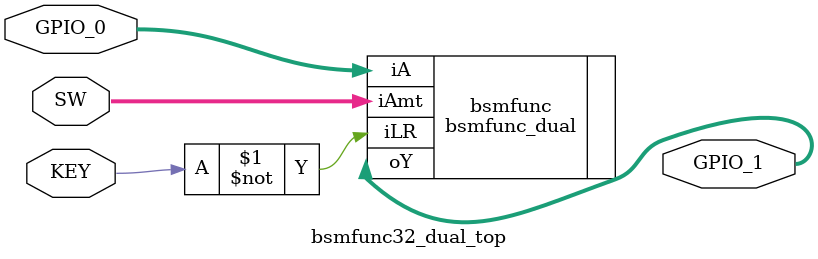
<source format=v>
module bsmfunc32_dual_top
	(
		input wire [31:0] GPIO_0,
		input wire [4:0] SW,
		input wire [0:0] KEY,
		output wire [31:0] GPIO_1
	);

	// 296 logic elements used
	// 18.45 ns worst case propagation delay
	bsmfunc_dual #(.N(32)) bsmfunc
		(.iA(GPIO_0), .iAmt(SW), .iLR(~KEY), .oY(GPIO_1));

endmodule

</source>
